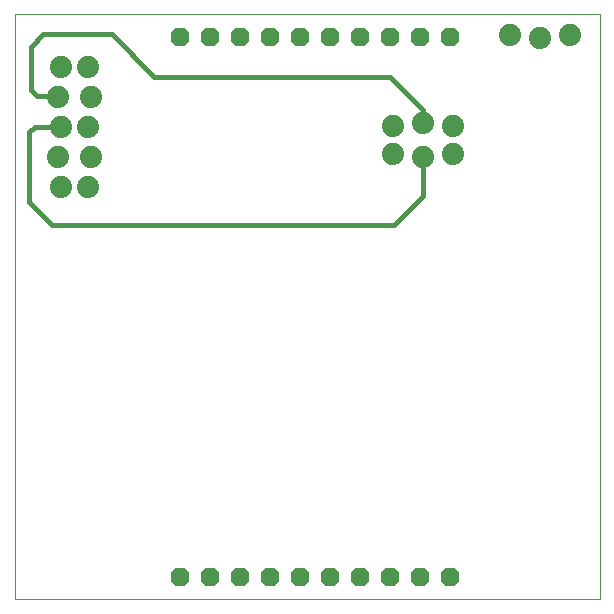
<source format=gtl>
G75*
%MOIN*%
%OFA0B0*%
%FSLAX25Y25*%
%IPPOS*%
%LPD*%
%AMOC8*
5,1,8,0,0,1.08239X$1,22.5*
%
%ADD10C,0.00000*%
%ADD11OC8,0.06300*%
%ADD12C,0.07400*%
%ADD13C,0.01600*%
D10*
X0005000Y0007500D02*
X0200000Y0007500D01*
X0200000Y0202500D01*
X0005000Y0202500D01*
X0005000Y0007500D01*
D11*
X0060000Y0015000D03*
X0070000Y0015000D03*
X0080000Y0015000D03*
X0090000Y0015000D03*
X0100000Y0015000D03*
X0110000Y0015000D03*
X0120000Y0015000D03*
X0130000Y0015000D03*
X0140000Y0015000D03*
X0150000Y0015000D03*
X0150000Y0195000D03*
X0140000Y0195000D03*
X0130000Y0195000D03*
X0120000Y0195000D03*
X0110000Y0195000D03*
X0100000Y0195000D03*
X0090000Y0195000D03*
X0080000Y0195000D03*
X0070000Y0195000D03*
X0060000Y0195000D03*
D12*
X0030500Y0175000D03*
X0029500Y0165000D03*
X0020500Y0165000D03*
X0019500Y0155000D03*
X0020500Y0145000D03*
X0029500Y0145000D03*
X0030500Y0155000D03*
X0019500Y0175000D03*
X0020500Y0185000D03*
X0029500Y0185000D03*
X0131063Y0165131D03*
X0131037Y0156069D03*
X0141037Y0155069D03*
X0151037Y0156069D03*
X0151063Y0165131D03*
X0141063Y0166131D03*
X0170000Y0195500D03*
X0180000Y0194500D03*
X0190000Y0195500D03*
D13*
X0141063Y0170537D02*
X0141063Y0166131D01*
X0141063Y0170537D02*
X0130000Y0181600D01*
X0051600Y0181600D01*
X0037400Y0195800D01*
X0014600Y0195800D01*
X0010500Y0191700D01*
X0010500Y0177300D01*
X0012600Y0175200D01*
X0019300Y0175200D01*
X0019500Y0175000D01*
X0020400Y0165100D02*
X0011800Y0165100D01*
X0009900Y0163200D01*
X0009900Y0139800D01*
X0017300Y0132400D01*
X0131500Y0132400D01*
X0141037Y0141937D01*
X0141037Y0155069D01*
X0020500Y0165000D02*
X0020400Y0165100D01*
M02*

</source>
